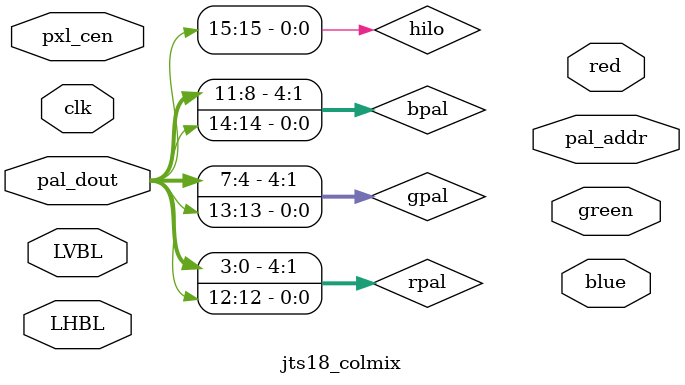
<source format=v>
/*  This file is part of JTCORES.
    JTCORES program is free software: you can redistribute it and/or modify
    it under the terms of the GNU General Public License as published by
    the Free Software Foundation, either version 3 of the License, or
    (at your option) any later version.

    JTCORES program is distributed in the hope that it will be useful,
    but WITHOUT ANY WARRANTY; without even the implied warranty of
    MERCHANTABILITY or FITNESS FOR A PARTICULAR PURPOSE.  See the
    GNU General Public License for more details.

    You should have received a copy of the GNU General Public License
    along with JTCORES.  If not, see <http://www.gnu.org/licenses/>.

    Author: Jose Tejada Gomez. Twitter: @topapate
    Version: 1.0
    Date: 28-3-2024 */

module jts18_colmix(
    input          clk,
    input          pxl_cen,
    input          LVBL,
    input          LHBL,

    // S18 palette
    output  [11:1] pal_addr,
    input   [15:0] pal_dout,
    // Genesis VDP


    output  [ 5:0] red, green, blue
);

wire [ 4:0] rpal, gpal, bpal;
wire        hilo;

assign rpal  = { pal_dout[ 3:0], pal_dout[12] };
assign gpal  = { pal_dout[ 7:4], pal_dout[13] };
assign bpal  = { pal_dout[11:8], pal_dout[14] };
assign hilo  =   pal_dout[15];

// Model of 315-5242 DAC
jtshanon_coldac u_dac(
    .clk        ( clk       ),
    .pxl_cen    ( pxl_cen   ),
    .rin        ( rpal      ),
    .gin        ( gpal      ),
    .bin        ( bpal      ),
    .sh         ( shadow    ),
    .en         ( video_en  ),
    .hilo       ( hilo      ),
    .rout       ( pr        ),
    .gout       ( pg        ),
    .bout       ( pb        )
);

endmodule
</source>
